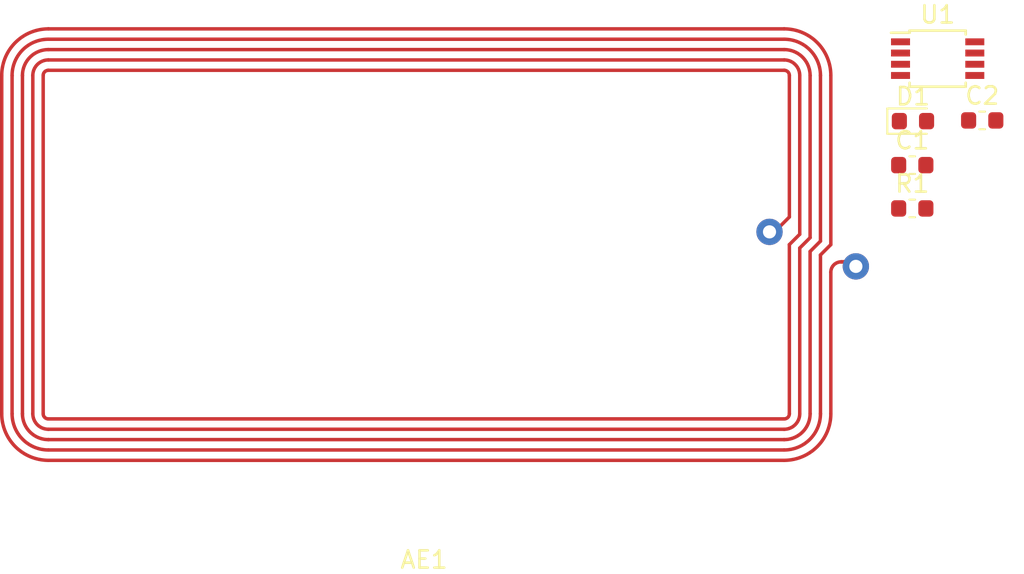
<source format=kicad_pcb>
(kicad_pcb (version 20171130) (host pcbnew "(5.1.6)-1")

  (general
    (thickness 1.6)
    (drawings 0)
    (tracks 0)
    (zones 0)
    (modules 6)
    (nets 9)
  )

  (page A4)
  (layers
    (0 F.Cu signal)
    (31 B.Cu signal)
    (32 B.Adhes user)
    (33 F.Adhes user)
    (34 B.Paste user)
    (35 F.Paste user)
    (36 B.SilkS user)
    (37 F.SilkS user)
    (38 B.Mask user)
    (39 F.Mask user)
    (40 Dwgs.User user)
    (41 Cmts.User user)
    (42 Eco1.User user)
    (43 Eco2.User user)
    (44 Edge.Cuts user)
    (45 Margin user)
    (46 B.CrtYd user)
    (47 F.CrtYd user)
    (48 B.Fab user)
    (49 F.Fab user)
  )

  (setup
    (last_trace_width 0.25)
    (trace_clearance 0.2)
    (zone_clearance 0.508)
    (zone_45_only no)
    (trace_min 0.2)
    (via_size 0.8)
    (via_drill 0.4)
    (via_min_size 0.4)
    (via_min_drill 0.3)
    (uvia_size 0.3)
    (uvia_drill 0.1)
    (uvias_allowed no)
    (uvia_min_size 0.2)
    (uvia_min_drill 0.1)
    (edge_width 0.05)
    (segment_width 0.2)
    (pcb_text_width 0.3)
    (pcb_text_size 1.5 1.5)
    (mod_edge_width 0.12)
    (mod_text_size 1 1)
    (mod_text_width 0.15)
    (pad_size 1.524 1.524)
    (pad_drill 0.762)
    (pad_to_mask_clearance 0.05)
    (aux_axis_origin 0 0)
    (visible_elements FFFFFF7F)
    (pcbplotparams
      (layerselection 0x010fc_ffffffff)
      (usegerberextensions false)
      (usegerberattributes true)
      (usegerberadvancedattributes true)
      (creategerberjobfile true)
      (excludeedgelayer true)
      (linewidth 0.100000)
      (plotframeref false)
      (viasonmask false)
      (mode 1)
      (useauxorigin false)
      (hpglpennumber 1)
      (hpglpenspeed 20)
      (hpglpendiameter 15.000000)
      (psnegative false)
      (psa4output false)
      (plotreference true)
      (plotvalue true)
      (plotinvisibletext false)
      (padsonsilk false)
      (subtractmaskfromsilk false)
      (outputformat 1)
      (mirror false)
      (drillshape 1)
      (scaleselection 1)
      (outputdirectory ""))
  )

  (net 0 "")
  (net 1 "Net-(AE1-Pad2)")
  (net 2 "Net-(AE1-Pad1)")
  (net 3 GND)
  (net 4 VCC)
  (net 5 "Net-(D1-Pad1)")
  (net 6 "Net-(U1-Pad8)")
  (net 7 "Net-(U1-Pad5)")
  (net 8 "Net-(U1-Pad3)")

  (net_class Default "This is the default net class."
    (clearance 0.2)
    (trace_width 0.25)
    (via_dia 0.8)
    (via_drill 0.4)
    (uvia_dia 0.3)
    (uvia_drill 0.1)
    (add_net GND)
    (add_net "Net-(AE1-Pad1)")
    (add_net "Net-(AE1-Pad2)")
    (add_net "Net-(D1-Pad1)")
    (add_net "Net-(U1-Pad3)")
    (add_net "Net-(U1-Pad5)")
    (add_net "Net-(U1-Pad8)")
    (add_net VCC)
  )

  (module Package_SO:TSSOP-8_3x3mm_P0.65mm (layer F.Cu) (tedit 5A02F25C) (tstamp 5F890290)
    (at 183.735001 112.2129)
    (descr "TSSOP8: plastic thin shrink small outline package; 8 leads; body width 3 mm; (see NXP SSOP-TSSOP-VSO-REFLOW.pdf and sot505-1_po.pdf)")
    (tags "SSOP 0.65")
    (path /5F8857C9)
    (attr smd)
    (fp_text reference U1 (at 0 -2.55) (layer F.SilkS)
      (effects (font (size 1 1) (thickness 0.15)))
    )
    (fp_text value NT3H2111 (at 0 2.55) (layer F.Fab)
      (effects (font (size 1 1) (thickness 0.15)))
    )
    (fp_text user %R (at 0 0) (layer F.Fab)
      (effects (font (size 0.6 0.6) (thickness 0.15)))
    )
    (fp_line (start -0.5 -1.5) (end 1.5 -1.5) (layer F.Fab) (width 0.15))
    (fp_line (start 1.5 -1.5) (end 1.5 1.5) (layer F.Fab) (width 0.15))
    (fp_line (start 1.5 1.5) (end -1.5 1.5) (layer F.Fab) (width 0.15))
    (fp_line (start -1.5 1.5) (end -1.5 -0.5) (layer F.Fab) (width 0.15))
    (fp_line (start -1.5 -0.5) (end -0.5 -1.5) (layer F.Fab) (width 0.15))
    (fp_line (start -2.95 -1.8) (end -2.95 1.8) (layer F.CrtYd) (width 0.05))
    (fp_line (start 2.95 -1.8) (end 2.95 1.8) (layer F.CrtYd) (width 0.05))
    (fp_line (start -2.95 -1.8) (end 2.95 -1.8) (layer F.CrtYd) (width 0.05))
    (fp_line (start -2.95 1.8) (end 2.95 1.8) (layer F.CrtYd) (width 0.05))
    (fp_line (start -1.625 -1.625) (end -1.625 -1.5) (layer F.SilkS) (width 0.15))
    (fp_line (start 1.625 -1.625) (end 1.625 -1.4) (layer F.SilkS) (width 0.15))
    (fp_line (start 1.625 1.625) (end 1.625 1.4) (layer F.SilkS) (width 0.15))
    (fp_line (start -1.625 1.625) (end -1.625 1.4) (layer F.SilkS) (width 0.15))
    (fp_line (start -1.625 -1.625) (end 1.625 -1.625) (layer F.SilkS) (width 0.15))
    (fp_line (start -1.625 1.625) (end 1.625 1.625) (layer F.SilkS) (width 0.15))
    (fp_line (start -1.625 -1.5) (end -2.7 -1.5) (layer F.SilkS) (width 0.15))
    (pad 8 smd rect (at 2.15 -0.975) (size 1.1 0.4) (layers F.Cu F.Paste F.Mask)
      (net 6 "Net-(U1-Pad8)"))
    (pad 7 smd rect (at 2.15 -0.325) (size 1.1 0.4) (layers F.Cu F.Paste F.Mask)
      (net 4 VCC))
    (pad 6 smd rect (at 2.15 0.325) (size 1.1 0.4) (layers F.Cu F.Paste F.Mask)
      (net 4 VCC))
    (pad 5 smd rect (at 2.15 0.975) (size 1.1 0.4) (layers F.Cu F.Paste F.Mask)
      (net 7 "Net-(U1-Pad5)"))
    (pad 4 smd rect (at -2.15 0.975) (size 1.1 0.4) (layers F.Cu F.Paste F.Mask)
      (net 2 "Net-(AE1-Pad1)"))
    (pad 3 smd rect (at -2.15 0.325) (size 1.1 0.4) (layers F.Cu F.Paste F.Mask)
      (net 8 "Net-(U1-Pad3)"))
    (pad 2 smd rect (at -2.15 -0.325) (size 1.1 0.4) (layers F.Cu F.Paste F.Mask)
      (net 3 GND))
    (pad 1 smd rect (at -2.15 -0.975) (size 1.1 0.4) (layers F.Cu F.Paste F.Mask)
      (net 1 "Net-(AE1-Pad2)"))
    (model ${KISYS3DMOD}/Package_SO.3dshapes/TSSOP-8_3x3mm_P0.65mm.wrl
      (at (xyz 0 0 0))
      (scale (xyz 1 1 1))
      (rotate (xyz 0 0 0))
    )
  )

  (module Capacitor_SMD:C_0603_1608Metric (layer F.Cu) (tedit 5B301BBE) (tstamp 5F890273)
    (at 182.265001 120.8929)
    (descr "Capacitor SMD 0603 (1608 Metric), square (rectangular) end terminal, IPC_7351 nominal, (Body size source: http://www.tortai-tech.com/upload/download/2011102023233369053.pdf), generated with kicad-footprint-generator")
    (tags capacitor)
    (path /5F8918EF)
    (attr smd)
    (fp_text reference R1 (at 0 -1.43) (layer F.SilkS)
      (effects (font (size 1 1) (thickness 0.15)))
    )
    (fp_text value 100K (at 0 1.43) (layer F.Fab)
      (effects (font (size 1 1) (thickness 0.15)))
    )
    (fp_text user %R (at 0 0) (layer F.Fab)
      (effects (font (size 0.4 0.4) (thickness 0.06)))
    )
    (fp_line (start -0.8 0.4) (end -0.8 -0.4) (layer F.Fab) (width 0.1))
    (fp_line (start -0.8 -0.4) (end 0.8 -0.4) (layer F.Fab) (width 0.1))
    (fp_line (start 0.8 -0.4) (end 0.8 0.4) (layer F.Fab) (width 0.1))
    (fp_line (start 0.8 0.4) (end -0.8 0.4) (layer F.Fab) (width 0.1))
    (fp_line (start -0.162779 -0.51) (end 0.162779 -0.51) (layer F.SilkS) (width 0.12))
    (fp_line (start -0.162779 0.51) (end 0.162779 0.51) (layer F.SilkS) (width 0.12))
    (fp_line (start -1.48 0.73) (end -1.48 -0.73) (layer F.CrtYd) (width 0.05))
    (fp_line (start -1.48 -0.73) (end 1.48 -0.73) (layer F.CrtYd) (width 0.05))
    (fp_line (start 1.48 -0.73) (end 1.48 0.73) (layer F.CrtYd) (width 0.05))
    (fp_line (start 1.48 0.73) (end -1.48 0.73) (layer F.CrtYd) (width 0.05))
    (pad 2 smd roundrect (at 0.7875 0) (size 0.875 0.95) (layers F.Cu F.Paste F.Mask) (roundrect_rratio 0.25)
      (net 3 GND))
    (pad 1 smd roundrect (at -0.7875 0) (size 0.875 0.95) (layers F.Cu F.Paste F.Mask) (roundrect_rratio 0.25)
      (net 5 "Net-(D1-Pad1)"))
    (model ${KISYS3DMOD}/Capacitor_SMD.3dshapes/C_0603_1608Metric.wrl
      (at (xyz 0 0 0))
      (scale (xyz 1 1 1))
      (rotate (xyz 0 0 0))
    )
  )

  (module LED_SMD:LED_0603_1608Metric (layer F.Cu) (tedit 5B301BBE) (tstamp 5F890262)
    (at 182.305001 115.8329)
    (descr "LED SMD 0603 (1608 Metric), square (rectangular) end terminal, IPC_7351 nominal, (Body size source: http://www.tortai-tech.com/upload/download/2011102023233369053.pdf), generated with kicad-footprint-generator")
    (tags diode)
    (path /5F893394)
    (attr smd)
    (fp_text reference D1 (at 0 -1.43) (layer F.SilkS)
      (effects (font (size 1 1) (thickness 0.15)))
    )
    (fp_text value LED (at 0 1.43) (layer F.Fab)
      (effects (font (size 1 1) (thickness 0.15)))
    )
    (fp_text user %R (at 0 0) (layer F.Fab)
      (effects (font (size 0.4 0.4) (thickness 0.06)))
    )
    (fp_line (start 0.8 -0.4) (end -0.5 -0.4) (layer F.Fab) (width 0.1))
    (fp_line (start -0.5 -0.4) (end -0.8 -0.1) (layer F.Fab) (width 0.1))
    (fp_line (start -0.8 -0.1) (end -0.8 0.4) (layer F.Fab) (width 0.1))
    (fp_line (start -0.8 0.4) (end 0.8 0.4) (layer F.Fab) (width 0.1))
    (fp_line (start 0.8 0.4) (end 0.8 -0.4) (layer F.Fab) (width 0.1))
    (fp_line (start 0.8 -0.735) (end -1.485 -0.735) (layer F.SilkS) (width 0.12))
    (fp_line (start -1.485 -0.735) (end -1.485 0.735) (layer F.SilkS) (width 0.12))
    (fp_line (start -1.485 0.735) (end 0.8 0.735) (layer F.SilkS) (width 0.12))
    (fp_line (start -1.48 0.73) (end -1.48 -0.73) (layer F.CrtYd) (width 0.05))
    (fp_line (start -1.48 -0.73) (end 1.48 -0.73) (layer F.CrtYd) (width 0.05))
    (fp_line (start 1.48 -0.73) (end 1.48 0.73) (layer F.CrtYd) (width 0.05))
    (fp_line (start 1.48 0.73) (end -1.48 0.73) (layer F.CrtYd) (width 0.05))
    (pad 2 smd roundrect (at 0.7875 0) (size 0.875 0.95) (layers F.Cu F.Paste F.Mask) (roundrect_rratio 0.25)
      (net 4 VCC))
    (pad 1 smd roundrect (at -0.7875 0) (size 0.875 0.95) (layers F.Cu F.Paste F.Mask) (roundrect_rratio 0.25)
      (net 5 "Net-(D1-Pad1)"))
    (model ${KISYS3DMOD}/LED_SMD.3dshapes/LED_0603_1608Metric.wrl
      (at (xyz 0 0 0))
      (scale (xyz 1 1 1))
      (rotate (xyz 0 0 0))
    )
  )

  (module Capacitor_SMD:C_0603_1608Metric (layer F.Cu) (tedit 5B301BBE) (tstamp 5F89024F)
    (at 186.315001 115.7929)
    (descr "Capacitor SMD 0603 (1608 Metric), square (rectangular) end terminal, IPC_7351 nominal, (Body size source: http://www.tortai-tech.com/upload/download/2011102023233369053.pdf), generated with kicad-footprint-generator")
    (tags capacitor)
    (path /5F88FD22)
    (attr smd)
    (fp_text reference C2 (at 0 -1.43) (layer F.SilkS)
      (effects (font (size 1 1) (thickness 0.15)))
    )
    (fp_text value 220nF (at 0 1.43) (layer F.Fab)
      (effects (font (size 1 1) (thickness 0.15)))
    )
    (fp_text user %R (at 0 0) (layer F.Fab)
      (effects (font (size 0.4 0.4) (thickness 0.06)))
    )
    (fp_line (start -0.8 0.4) (end -0.8 -0.4) (layer F.Fab) (width 0.1))
    (fp_line (start -0.8 -0.4) (end 0.8 -0.4) (layer F.Fab) (width 0.1))
    (fp_line (start 0.8 -0.4) (end 0.8 0.4) (layer F.Fab) (width 0.1))
    (fp_line (start 0.8 0.4) (end -0.8 0.4) (layer F.Fab) (width 0.1))
    (fp_line (start -0.162779 -0.51) (end 0.162779 -0.51) (layer F.SilkS) (width 0.12))
    (fp_line (start -0.162779 0.51) (end 0.162779 0.51) (layer F.SilkS) (width 0.12))
    (fp_line (start -1.48 0.73) (end -1.48 -0.73) (layer F.CrtYd) (width 0.05))
    (fp_line (start -1.48 -0.73) (end 1.48 -0.73) (layer F.CrtYd) (width 0.05))
    (fp_line (start 1.48 -0.73) (end 1.48 0.73) (layer F.CrtYd) (width 0.05))
    (fp_line (start 1.48 0.73) (end -1.48 0.73) (layer F.CrtYd) (width 0.05))
    (pad 2 smd roundrect (at 0.7875 0) (size 0.875 0.95) (layers F.Cu F.Paste F.Mask) (roundrect_rratio 0.25)
      (net 3 GND))
    (pad 1 smd roundrect (at -0.7875 0) (size 0.875 0.95) (layers F.Cu F.Paste F.Mask) (roundrect_rratio 0.25)
      (net 4 VCC))
    (model ${KISYS3DMOD}/Capacitor_SMD.3dshapes/C_0603_1608Metric.wrl
      (at (xyz 0 0 0))
      (scale (xyz 1 1 1))
      (rotate (xyz 0 0 0))
    )
  )

  (module Capacitor_SMD:C_0603_1608Metric (layer F.Cu) (tedit 5B301BBE) (tstamp 5F89023E)
    (at 182.265001 118.3829)
    (descr "Capacitor SMD 0603 (1608 Metric), square (rectangular) end terminal, IPC_7351 nominal, (Body size source: http://www.tortai-tech.com/upload/download/2011102023233369053.pdf), generated with kicad-footprint-generator")
    (tags capacitor)
    (path /5F89C228)
    (attr smd)
    (fp_text reference C1 (at 0 -1.43) (layer F.SilkS)
      (effects (font (size 1 1) (thickness 0.15)))
    )
    (fp_text value C (at 0 1.43) (layer F.Fab)
      (effects (font (size 1 1) (thickness 0.15)))
    )
    (fp_text user %R (at 0 0) (layer F.Fab)
      (effects (font (size 0.4 0.4) (thickness 0.06)))
    )
    (fp_line (start -0.8 0.4) (end -0.8 -0.4) (layer F.Fab) (width 0.1))
    (fp_line (start -0.8 -0.4) (end 0.8 -0.4) (layer F.Fab) (width 0.1))
    (fp_line (start 0.8 -0.4) (end 0.8 0.4) (layer F.Fab) (width 0.1))
    (fp_line (start 0.8 0.4) (end -0.8 0.4) (layer F.Fab) (width 0.1))
    (fp_line (start -0.162779 -0.51) (end 0.162779 -0.51) (layer F.SilkS) (width 0.12))
    (fp_line (start -0.162779 0.51) (end 0.162779 0.51) (layer F.SilkS) (width 0.12))
    (fp_line (start -1.48 0.73) (end -1.48 -0.73) (layer F.CrtYd) (width 0.05))
    (fp_line (start -1.48 -0.73) (end 1.48 -0.73) (layer F.CrtYd) (width 0.05))
    (fp_line (start 1.48 -0.73) (end 1.48 0.73) (layer F.CrtYd) (width 0.05))
    (fp_line (start 1.48 0.73) (end -1.48 0.73) (layer F.CrtYd) (width 0.05))
    (pad 2 smd roundrect (at 0.7875 0) (size 0.875 0.95) (layers F.Cu F.Paste F.Mask) (roundrect_rratio 0.25)
      (net 1 "Net-(AE1-Pad2)"))
    (pad 1 smd roundrect (at -0.7875 0) (size 0.875 0.95) (layers F.Cu F.Paste F.Mask) (roundrect_rratio 0.25)
      (net 2 "Net-(AE1-Pad1)"))
    (model ${KISYS3DMOD}/Capacitor_SMD.3dshapes/C_0603_1608Metric.wrl
      (at (xyz 0 0 0))
      (scale (xyz 1 1 1))
      (rotate (xyz 0 0 0))
    )
  )

  (module NFCcard:NFCantenna (layer F.Cu) (tedit 5F887719) (tstamp 5F89022D)
    (at 154 140.75)
    (path /5F88B0DD)
    (fp_text reference AE1 (at 0 0.5) (layer F.SilkS)
      (effects (font (size 1 1) (thickness 0.15)))
    )
    (fp_text value Antenna_Dipole (at 0 -0.5) (layer F.Fab)
      (effects (font (size 1 1) (thickness 0.15)))
    )
    (fp_arc (start 24.150014 -16.162087) (end 24.150001 -16.7621) (angle -89.99734692) (layer F.Cu) (width 0.2))
    (fp_arc (start -21.749936 -7.962163) (end -24.449999 -7.9621) (angle -89.99734692) (layer F.Cu) (width 0.2))
    (fp_arc (start 20.849952 -7.962149) (end 20.850001 -5.8621) (angle -89.99734692) (layer F.Cu) (width 0.2))
    (fp_arc (start -21.74995 -27.562051) (end -21.749999 -29.6621) (angle -89.99734692) (layer F.Cu) (width 0.2))
    (fp_arc (start -21.749936 -27.562037) (end -21.749999 -30.2621) (angle -89.99734692) (layer F.Cu) (width 0.2))
    (fp_arc (start 20.849938 -7.962163) (end 20.850001 -5.2621) (angle -89.99734692) (layer F.Cu) (width 0.2))
    (fp_arc (start 20.849938 -27.562037) (end 23.550001 -27.5621) (angle -89.99734692) (layer F.Cu) (width 0.2))
    (fp_arc (start -21.74995 -7.962149) (end -23.849999 -7.9621) (angle -89.99734692) (layer F.Cu) (width 0.2))
    (fp_arc (start 20.849952 -27.562051) (end 22.950001 -27.5621) (angle -89.99734692) (layer F.Cu) (width 0.2))
    (fp_arc (start 20.84998 -7.962121) (end 20.850001 -7.0621) (angle -89.99734692) (layer F.Cu) (width 0.2))
    (fp_arc (start -21.749978 -27.562079) (end -21.749999 -28.4621) (angle -89.99734692) (layer F.Cu) (width 0.2))
    (fp_arc (start -21.749964 -27.562065) (end -21.749999 -29.0621) (angle -89.99734692) (layer F.Cu) (width 0.2))
    (fp_arc (start -21.749978 -7.962121) (end -22.649999 -7.9621) (angle -89.99734692) (layer F.Cu) (width 0.2))
    (fp_arc (start 20.849966 -27.562065) (end 22.350001 -27.5621) (angle -89.99734692) (layer F.Cu) (width 0.2))
    (fp_arc (start 20.849966 -7.962135) (end 20.850001 -6.4621) (angle -89.99734692) (layer F.Cu) (width 0.2))
    (fp_arc (start -21.749964 -7.962135) (end -23.249999 -7.9621) (angle -89.99734692) (layer F.Cu) (width 0.2))
    (fp_arc (start -21.749992 -7.962107) (end -22.049999 -7.9621) (angle -89.99734692) (layer F.Cu) (width 0.2))
    (fp_arc (start 20.84998 -27.562079) (end 21.750001 -27.5621) (angle -89.99734692) (layer F.Cu) (width 0.2))
    (fp_arc (start 20.849994 -7.962107) (end 20.850001 -7.6621) (angle -89.99734692) (layer F.Cu) (width 0.2))
    (fp_arc (start 20.849994 -27.562093) (end 21.150001 -27.5621) (angle -89.99734692) (layer F.Cu) (width 0.2))
    (fp_arc (start -21.749992 -27.562093) (end -21.749999 -27.8621) (angle -89.99734692) (layer F.Cu) (width 0.2))
    (fp_line (start 24.150001 -16.7621) (end 25.050001 -16.7621) (layer F.Cu) (width 0.2))
    (fp_line (start 23.550001 -7.9621) (end 23.550001 -16.1621) (layer F.Cu) (width 0.2))
    (fp_line (start -21.749999 -5.2621) (end 20.850001 -5.2621) (layer F.Cu) (width 0.2))
    (fp_line (start -24.449999 -27.5621) (end -24.449999 -7.9621) (layer F.Cu) (width 0.2))
    (fp_line (start -21.749999 -5.8621) (end 20.850001 -5.8621) (layer F.Cu) (width 0.2))
    (fp_line (start -23.849999 -27.5621) (end -23.849999 -7.9621) (layer F.Cu) (width 0.2))
    (fp_line (start -21.749999 -30.2621) (end 20.850001 -30.2621) (layer F.Cu) (width 0.2))
    (fp_line (start 23.550001 -27.5621) (end 23.550001 -17.7621) (layer F.Cu) (width 0.2))
    (fp_line (start 23.550001 -17.7621) (end 22.950001 -17.1621) (layer F.Cu) (width 0.2))
    (fp_line (start 22.950001 -17.1621) (end 22.950001 -7.9621) (layer F.Cu) (width 0.2))
    (fp_line (start 22.350001 -18.1621) (end 21.750001 -17.5621) (layer F.Cu) (width 0.2))
    (fp_line (start 21.750001 -17.5621) (end 21.750001 -7.9621) (layer F.Cu) (width 0.2))
    (fp_line (start -21.749999 -29.6621) (end 20.850001 -29.6621) (layer F.Cu) (width 0.2))
    (fp_line (start 22.350001 -27.5621) (end 22.350001 -18.1621) (layer F.Cu) (width 0.2))
    (fp_line (start -21.749999 -28.4621) (end 20.850001 -28.4621) (layer F.Cu) (width 0.2))
    (fp_line (start 22.950001 -17.9621) (end 22.350001 -17.3621) (layer F.Cu) (width 0.2))
    (fp_line (start -21.749999 -29.0621) (end 20.850001 -29.0621) (layer F.Cu) (width 0.2))
    (fp_line (start -22.649999 -27.5621) (end -22.649999 -7.9621) (layer F.Cu) (width 0.2))
    (fp_line (start 22.350001 -17.3621) (end 22.350001 -7.9621) (layer F.Cu) (width 0.2))
    (fp_line (start -21.749999 -6.4621) (end 20.850001 -6.4621) (layer F.Cu) (width 0.2))
    (fp_line (start -23.249999 -27.5621) (end -23.249999 -7.9621) (layer F.Cu) (width 0.2))
    (fp_line (start -21.749999 -7.0621) (end 20.850001 -7.0621) (layer F.Cu) (width 0.2))
    (fp_line (start 22.950001 -27.5621) (end 22.950001 -17.9621) (layer F.Cu) (width 0.2))
    (fp_line (start -22.049999 -27.5621) (end -22.049999 -7.9621) (layer F.Cu) (width 0.2))
    (fp_line (start 21.750001 -27.5621) (end 21.750001 -18.3621) (layer F.Cu) (width 0.2))
    (fp_line (start -21.749999 -27.8621) (end 20.850001 -27.8621) (layer F.Cu) (width 0.2))
    (fp_line (start 21.150001 -19.3621) (end 20.550001 -18.7621) (layer F.Cu) (width 0.2))
    (fp_line (start 21.150001 -17.7621) (end 21.150001 -7.9621) (layer F.Cu) (width 0.2))
    (fp_line (start 24.150001 -16.7621) (end 25.050001 -16.7621) (layer F.Cu) (width 0.2))
    (fp_line (start 21.150001 -27.5621) (end 21.150001 -19.3621) (layer F.Cu) (width 0.2))
    (fp_line (start -21.749999 -7.6621) (end 20.850001 -7.6621) (layer F.Cu) (width 0.2))
    (fp_line (start 21.750001 -18.3621) (end 21.150001 -17.7621) (layer F.Cu) (width 0.2))
    (pad 2 thru_hole circle (at 25 -16.5) (size 1.524 1.524) (drill 0.762) (layers *.Cu *.Mask)
      (net 1 "Net-(AE1-Pad2)"))
    (pad 1 thru_hole circle (at 20 -18.5) (size 1.524 1.524) (drill 0.762) (layers *.Cu *.Mask)
      (net 2 "Net-(AE1-Pad1)"))
  )

)

</source>
